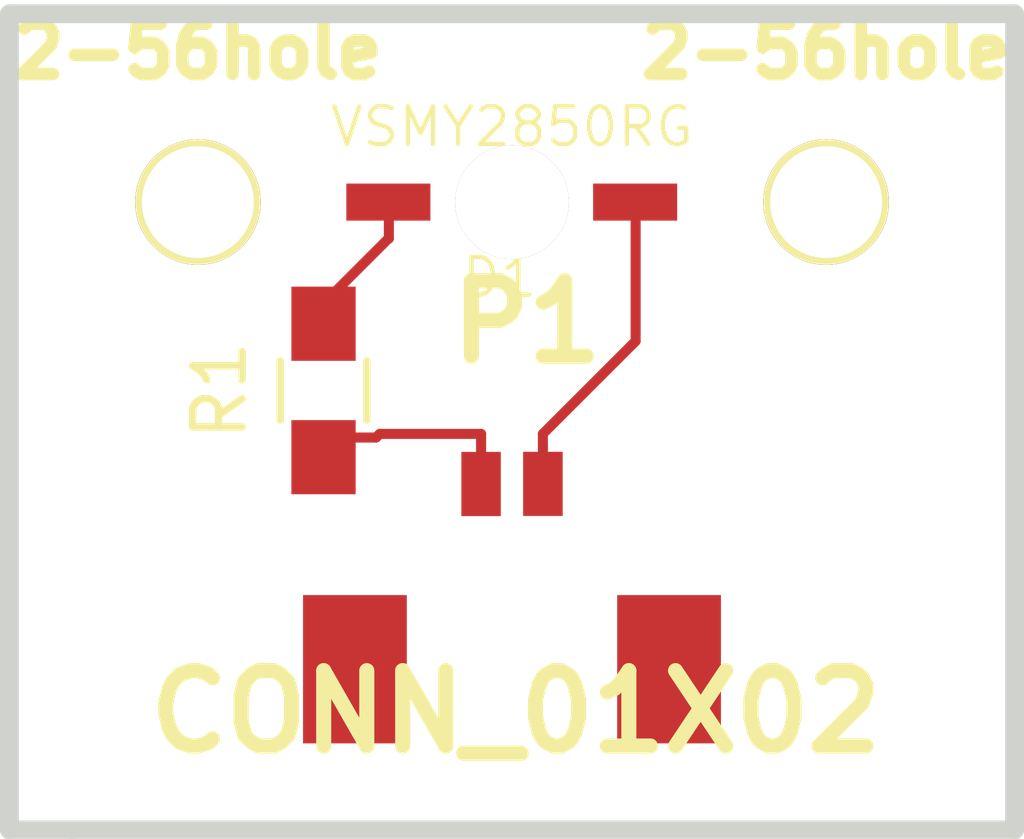
<source format=kicad_pcb>
(kicad_pcb (version 4) (host pcbnew 4.0.4-stable)

  (general
    (links 3)
    (no_connects 0)
    (area 15.049499 13.779499 35.750501 30.670501)
    (thickness 1.6002)
    (drawings 5)
    (tracks 11)
    (zones 0)
    (modules 5)
    (nets 4)
  )

  (page A4)
  (title_block
    (date "29 feb 2012")
  )

  (layers
    (0 Front signal)
    (31 Back signal)
    (32 B.Adhes user)
    (33 F.Adhes user)
    (34 B.Paste user)
    (35 F.Paste user)
    (36 B.SilkS user)
    (37 F.SilkS user)
    (38 B.Mask user)
    (39 F.Mask user)
    (40 Dwgs.User user)
    (41 Cmts.User user)
    (42 Eco1.User user)
    (43 Eco2.User user)
    (44 Edge.Cuts user)
  )

  (setup
    (last_trace_width 0.2032)
    (trace_clearance 0.254)
    (zone_clearance 0.508)
    (zone_45_only no)
    (trace_min 0.2032)
    (segment_width 0.381)
    (edge_width 0.381)
    (via_size 0.889)
    (via_drill 0.635)
    (via_min_size 0.889)
    (via_min_drill 0.508)
    (uvia_size 0.508)
    (uvia_drill 0.127)
    (uvias_allowed no)
    (uvia_min_size 0.508)
    (uvia_min_drill 0.127)
    (pcb_text_width 0.3048)
    (pcb_text_size 1.524 2.032)
    (mod_edge_width 0.0381)
    (mod_text_size 1.524 1.524)
    (mod_text_width 0.3048)
    (pad_size 2.54 2.54)
    (pad_drill 2.2606)
    (pad_to_mask_clearance 0.254)
    (aux_axis_origin 0 0)
    (visible_elements FFFFFF7F)
    (pcbplotparams
      (layerselection 0x00030_80000001)
      (usegerberextensions false)
      (excludeedgelayer true)
      (linewidth 0.100000)
      (plotframeref false)
      (viasonmask false)
      (mode 1)
      (useauxorigin false)
      (hpglpennumber 1)
      (hpglpenspeed 20)
      (hpglpendiameter 15)
      (hpglpenoverlay 2)
      (psnegative false)
      (psa4output false)
      (plotreference true)
      (plotvalue true)
      (plotinvisibletext false)
      (padsonsilk false)
      (subtractmaskfromsilk false)
      (outputformat 1)
      (mirror false)
      (drillshape 1)
      (scaleselection 1)
      (outputdirectory ""))
  )

  (net 0 "")
  (net 1 /GND)
  (net 2 "Net-(D1-Pad2)")
  (net 3 /3.3v)

  (net_class Default "This is the default net class."
    (clearance 0.254)
    (trace_width 0.2032)
    (via_dia 0.889)
    (via_drill 0.635)
    (uvia_dia 0.508)
    (uvia_drill 0.127)
    (add_net /3.3v)
    (add_net /GND)
    (add_net "Net-(D1-Pad2)")
  )

  (module 2-56hole (layer Front) (tedit 4F4DDB84) (tstamp 4F4DDB9C)
    (at 31.75 17.78)
    (descr "module 1 pin (ou trou mecanique de percage)")
    (tags DEV)
    (fp_text reference 2-56hole (at 0 -3.048) (layer F.SilkS)
      (effects (font (size 1.016 1.016) (thickness 0.254)))
    )
    (fp_text value P*** (at 0 2.794) (layer F.SilkS) hide
      (effects (font (size 1.016 1.016) (thickness 0.254)))
    )
    (pad 1 thru_hole circle (at 0 0) (size 2.54 2.54) (drill 2.2606) (layers *.Cu *.Mask F.SilkS))
  )

  (module 2-56hole (layer Front) (tedit 4F4DDB84) (tstamp 4F4DDB9F)
    (at 19.05 17.78)
    (descr "module 1 pin (ou trou mecanique de percage)")
    (tags DEV)
    (fp_text reference 2-56hole (at 0 -3.048) (layer F.SilkS)
      (effects (font (size 1.016 1.016) (thickness 0.254)))
    )
    (fp_text value P*** (at 0 2.794) (layer F.SilkS) hide
      (effects (font (size 1.016 1.016) (thickness 0.254)))
    )
    (pad 1 thru_hole circle (at 0 0) (size 2.54 2.54) (drill 2.2606) (layers *.Cu *.Mask F.SilkS))
  )

  (module thunderbots-modules:LED-VSMY2850RG (layer Front) (tedit 4F4AC93F) (tstamp 587AC614)
    (at 25.4 17.78 180)
    (descr "LED 1206 smd package")
    (tags "LED led 1206 SMD smd SMT smt smdled SMDLED smtled SMTLED")
    (path /4F4A8D52)
    (attr smd)
    (fp_text reference D1 (at 0.254 -1.524 180) (layer F.SilkS)
      (effects (font (size 0.762 0.762) (thickness 0.0889)))
    )
    (fp_text value VSMY2850RG (at 0 1.524 180) (layer F.SilkS)
      (effects (font (size 0.762 0.762) (thickness 0.0889)))
    )
    (pad 1 smd rect (at -2.4892 0 180) (size 1.69926 0.7493) (layers Front F.Paste F.Mask)
      (net 1 /GND))
    (pad 2 smd rect (at 2.49936 0 180) (size 1.69926 0.7493) (layers Front F.Paste F.Mask)
      (net 2 "Net-(D1-Pad2)"))
    (pad "" thru_hole circle (at 0 0 180) (size 2.2987 2.2987) (drill 2.2987) (layers *.Cu *.Mask F.SilkS))
  )

  (module thunderbots-modules:connector_0_49_in_2pin (layer Front) (tedit 4F4AD1C0) (tstamp 587AC61A)
    (at 25.4 24.13)
    (path /4F4A9B88)
    (fp_text reference P1 (at 0.3048 -3.9243) (layer F.SilkS)
      (effects (font (thickness 0.3048)))
    )
    (fp_text value CONN_01X02 (at 0.0762 3.9624) (layer F.SilkS)
      (effects (font (thickness 0.3048)))
    )
    (pad 2 smd rect (at 0.62484 -0.65024) (size 0.8001 1.29794) (layers Front F.Paste F.Mask)
      (net 1 /GND))
    (pad 1 smd rect (at -0.62484 -0.6477) (size 0.79756 1.29794) (layers Front F.Paste F.Mask)
      (net 3 /3.3v))
    (pad "" smd rect (at -3.175 3.0988) (size 2.09804 2.99974) (layers Front F.Paste F.Mask))
    (pad "" smd rect (at 3.175 3.0988) (size 2.09804 2.99974) (layers Front F.Paste F.Mask))
  )

  (module Resistors_SMD:R_0805_HandSoldering (layer Front) (tedit 54189DEE) (tstamp 587AC621)
    (at 21.59 21.59 90)
    (descr "Resistor SMD 0805, hand soldering")
    (tags "resistor 0805")
    (path /4F4A9331)
    (attr smd)
    (fp_text reference R1 (at 0 -2.1 90) (layer F.SilkS)
      (effects (font (size 1 1) (thickness 0.15)))
    )
    (fp_text value 16.5R (at 0 2.1 90) (layer F.Fab)
      (effects (font (size 1 1) (thickness 0.15)))
    )
    (fp_line (start -2.4 -1) (end 2.4 -1) (layer F.CrtYd) (width 0.05))
    (fp_line (start -2.4 1) (end 2.4 1) (layer F.CrtYd) (width 0.05))
    (fp_line (start -2.4 -1) (end -2.4 1) (layer F.CrtYd) (width 0.05))
    (fp_line (start 2.4 -1) (end 2.4 1) (layer F.CrtYd) (width 0.05))
    (fp_line (start 0.6 0.875) (end -0.6 0.875) (layer F.SilkS) (width 0.15))
    (fp_line (start -0.6 -0.875) (end 0.6 -0.875) (layer F.SilkS) (width 0.15))
    (pad 1 smd rect (at -1.35 0 90) (size 1.5 1.3) (layers Front F.Paste F.Mask)
      (net 3 /3.3v))
    (pad 2 smd rect (at 1.35 0 90) (size 1.5 1.3) (layers Front F.Paste F.Mask)
      (net 2 "Net-(D1-Pad2)"))
    (model Resistors_SMD.3dshapes/R_0805_HandSoldering.wrl
      (at (xyz 0 0 0))
      (scale (xyz 1 1 1))
      (rotate (xyz 0 0 0))
    )
  )

  (gr_line (start 15.24 13.97) (end 35.56 13.97) (angle 90) (layer Edge.Cuts) (width 0.381))
  (gr_line (start 15.24 30.48) (end 15.24 13.97) (angle 90) (layer Edge.Cuts) (width 0.381))
  (gr_line (start 16.51 30.48) (end 15.24 30.48) (angle 90) (layer Edge.Cuts) (width 0.381))
  (gr_line (start 35.56 30.48) (end 16.51 30.48) (angle 90) (layer Edge.Cuts) (width 0.381))
  (gr_line (start 35.56 13.97) (end 35.56 30.48) (angle 90) (layer Edge.Cuts) (width 0.381))

  (segment (start 26.02484 23.47976) (end 26.02484 22.4663) (width 0.2032) (layer Front) (net 1) (status 800))
  (segment (start 27.89936 17.78) (end 27.89936 20.59178) (width 0.2032) (layer Front) (net 1) (status 800))
  (segment (start 27.89936 20.59178) (end 26.02484 22.4663) (width 0.2032) (layer Front) (net 1))
  (segment (start 22.9108 17.78) (end 22.9108 18.5166) (width 0.2032) (layer Front) (net 2) (status 800))
  (segment (start 21.59 19.82978) (end 22.90318 18.5166) (width 0.2032) (layer Front) (net 2))
  (segment (start 22.90318 18.5166) (end 22.9108 18.5166) (width 0.2032) (layer Front) (net 2))
  (segment (start 21.59 20.6375) (end 21.59 19.82978) (width 0.2032) (layer Front) (net 2) (status 800))
  (segment (start 21.59 22.5425) (end 22.65172 22.5425) (width 0.2032) (layer Front) (net 3) (status 800))
  (segment (start 24.77516 23.4823) (end 24.77516 22.46884) (width 0.2032) (layer Front) (net 3) (status 800))
  (segment (start 22.65172 22.5425) (end 22.72538 22.46884) (width 0.2032) (layer Front) (net 3))
  (segment (start 22.72538 22.46884) (end 24.77516 22.46884) (width 0.2032) (layer Front) (net 3))

)

</source>
